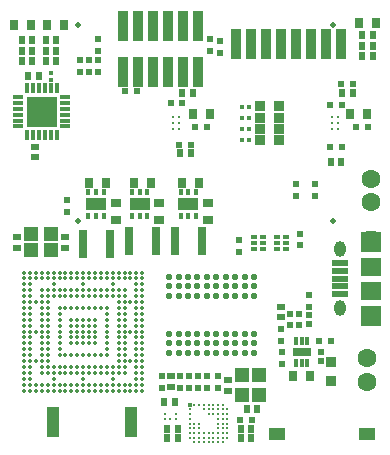
<source format=gts>
G04 Layer_Color=8388736*
%FSLAX25Y25*%
%MOIN*%
G70*
G01*
G75*
%ADD52C,0.01968*%
%ADD83R,0.01378X0.01575*%
%ADD84R,0.03550X0.03550*%
%ADD85R,0.03313X0.09849*%
%ADD86R,0.02368X0.02368*%
%ADD87R,0.02054X0.02565*%
%ADD88R,0.02368X0.02368*%
%ADD89R,0.03156X0.03550*%
%ADD90R,0.03550X0.03156*%
%ADD91R,0.02565X0.02054*%
%ADD92R,0.01575X0.01575*%
%ADD93R,0.02368X0.01975*%
%ADD94R,0.03156X0.09455*%
%ADD95R,0.01581X0.01975*%
%ADD96R,0.06699X0.04337*%
%ADD97R,0.05124X0.04731*%
%ADD98C,0.01509*%
%ADD99C,0.01109*%
%ADD100C,0.01260*%
%ADD101R,0.04731X0.05124*%
%ADD102R,0.03550X0.01778*%
%ADD103R,0.01778X0.03550*%
%ADD104R,0.10243X0.10243*%
%ADD105R,0.05991X0.02802*%
%ADD106R,0.01384X0.02861*%
G04:AMPARAMS|DCode=107|XSize=28.61mil|YSize=13.84mil|CornerRadius=4.46mil|HoleSize=0mil|Usage=FLASHONLY|Rotation=90.000|XOffset=0mil|YOffset=0mil|HoleType=Round|Shape=RoundedRectangle|*
%AMROUNDEDRECTD107*
21,1,0.02861,0.00492,0,0,90.0*
21,1,0.01968,0.01384,0,0,90.0*
1,1,0.00892,0.00246,0.00984*
1,1,0.00892,0.00246,-0.00984*
1,1,0.00892,-0.00246,-0.00984*
1,1,0.00892,-0.00246,0.00984*
%
%ADD107ROUNDEDRECTD107*%
%ADD108R,0.03550X0.03550*%
%ADD109R,0.04400X0.10400*%
%ADD110R,0.02362X0.01575*%
%ADD111C,0.02172*%
%ADD112C,0.01384*%
%ADD113R,0.05400X0.04337*%
%ADD114C,0.01279*%
%ADD115R,0.05715X0.01975*%
%ADD116R,0.06502X0.06876*%
%ADD117R,0.06502X0.06305*%
%ADD118C,0.06305*%
%ADD119O,0.06502X0.03943*%
%ADD120O,0.03943X0.05321*%
D52*
X46520Y3594D02*
D03*
X-38520D02*
D03*
Y69006D02*
D03*
X46520D02*
D03*
D83*
X16119Y38212D02*
D03*
X18481D02*
D03*
X16119Y30612D02*
D03*
X18481D02*
D03*
X16119Y34312D02*
D03*
X18481D02*
D03*
Y41912D02*
D03*
X16119D02*
D03*
D84*
X28548Y34400D02*
D03*
X22052D02*
D03*
Y30600D02*
D03*
X28548D02*
D03*
Y42000D02*
D03*
X22052D02*
D03*
Y38200D02*
D03*
X28548D02*
D03*
D85*
X34000Y62718D02*
D03*
X29000D02*
D03*
X24000D02*
D03*
X19000D02*
D03*
X14000D02*
D03*
X39000Y62600D02*
D03*
X44000D02*
D03*
X49000D02*
D03*
X-18402Y68854D02*
D03*
Y53382D02*
D03*
X-13402Y68854D02*
D03*
Y53382D02*
D03*
X1598Y68854D02*
D03*
X-3402D02*
D03*
X-8402D02*
D03*
Y53382D02*
D03*
X-3402D02*
D03*
X1598D02*
D03*
X-23638Y68854D02*
D03*
Y53382D02*
D03*
D86*
X49231Y49301D02*
D03*
X53168D02*
D03*
X-831Y29000D02*
D03*
X-4769D02*
D03*
X49468Y42500D02*
D03*
X45531D02*
D03*
X41932Y-36301D02*
D03*
X45869D02*
D03*
X-18932Y47001D02*
D03*
X-22869D02*
D03*
X57968Y35001D02*
D03*
X54031D02*
D03*
X49569Y28400D02*
D03*
X45632D02*
D03*
X-7668Y43000D02*
D03*
X-3731D02*
D03*
X4468Y35001D02*
D03*
X532D02*
D03*
X19468Y-62501D02*
D03*
X15531D02*
D03*
D87*
X-45728Y60500D02*
D03*
X-49272D02*
D03*
X-53728Y57000D02*
D03*
X-57272D02*
D03*
X-53728Y64000D02*
D03*
X-57272D02*
D03*
X-45728D02*
D03*
X-49272D02*
D03*
X-4572Y26300D02*
D03*
X-1028D02*
D03*
X45728Y23400D02*
D03*
X49272D02*
D03*
X-51668Y52053D02*
D03*
X-55211D02*
D03*
X-49272Y57000D02*
D03*
X-45728D02*
D03*
X52972Y46300D02*
D03*
X49428D02*
D03*
X-3772D02*
D03*
X-228D02*
D03*
X21272Y-59000D02*
D03*
X17728D02*
D03*
X19272Y-65500D02*
D03*
X15728D02*
D03*
Y-68500D02*
D03*
X19272D02*
D03*
X-9772Y-56500D02*
D03*
X-6228D02*
D03*
X-8772Y-68500D02*
D03*
X-5228D02*
D03*
Y-65500D02*
D03*
X-8772D02*
D03*
X-53728Y60500D02*
D03*
X-57272D02*
D03*
X59700Y58700D02*
D03*
X56157D02*
D03*
Y65700D02*
D03*
X59700D02*
D03*
Y62200D02*
D03*
X56157D02*
D03*
D88*
X29068Y-36251D02*
D03*
Y-32314D02*
D03*
X32100Y-31058D02*
D03*
Y-27121D02*
D03*
X29500Y-39832D02*
D03*
Y-43769D02*
D03*
X35100Y-31058D02*
D03*
Y-27121D02*
D03*
X38401Y-21032D02*
D03*
Y-24969D02*
D03*
X-1500Y-48031D02*
D03*
Y-51968D02*
D03*
X-4499Y-48031D02*
D03*
Y-51968D02*
D03*
X-42101Y10768D02*
D03*
Y6831D02*
D03*
X8700Y63669D02*
D03*
Y59732D02*
D03*
X-31999Y60532D02*
D03*
Y64468D02*
D03*
X5601Y64368D02*
D03*
Y60431D02*
D03*
X-32000Y57468D02*
D03*
Y53531D02*
D03*
X-38001D02*
D03*
Y57468D02*
D03*
X-35001D02*
D03*
Y53531D02*
D03*
X35601Y-4369D02*
D03*
Y-432D02*
D03*
X15200Y-6469D02*
D03*
Y-2531D02*
D03*
X-10501Y-48031D02*
D03*
Y-51968D02*
D03*
X4499D02*
D03*
Y-48031D02*
D03*
X7999D02*
D03*
Y-51968D02*
D03*
X1500D02*
D03*
Y-48031D02*
D03*
X40501Y15969D02*
D03*
Y12032D02*
D03*
X34201Y16169D02*
D03*
Y12231D02*
D03*
D89*
X57954Y39400D02*
D03*
X52246D02*
D03*
X38823Y-47782D02*
D03*
X33114D02*
D03*
X-354Y39400D02*
D03*
X5354D02*
D03*
X-19854Y16500D02*
D03*
X-14146D02*
D03*
X-3854D02*
D03*
X1854D02*
D03*
X-34854D02*
D03*
X-29146D02*
D03*
X55074Y69700D02*
D03*
X60783D02*
D03*
X-43146Y69000D02*
D03*
X-48854D02*
D03*
X-59854D02*
D03*
X-54146D02*
D03*
D90*
X-11500Y4146D02*
D03*
Y9854D02*
D03*
X4764Y4146D02*
D03*
Y9854D02*
D03*
X-26000Y4146D02*
D03*
Y9854D02*
D03*
D91*
X29068Y-24811D02*
D03*
Y-28354D02*
D03*
X-52800Y25028D02*
D03*
Y28572D02*
D03*
X-43000Y-5272D02*
D03*
Y-1728D02*
D03*
X-59000Y-5272D02*
D03*
Y-1728D02*
D03*
X11500Y-52772D02*
D03*
Y-49228D02*
D03*
X-7500Y-48028D02*
D03*
Y-51572D02*
D03*
D92*
X-47700Y53083D02*
D03*
Y50917D02*
D03*
D93*
X42500Y-43050D02*
D03*
Y-39900D02*
D03*
X38400Y-30675D02*
D03*
Y-27525D02*
D03*
D94*
X-37024Y-3831D02*
D03*
X-27976D02*
D03*
X-21524Y-2831D02*
D03*
X-12476D02*
D03*
X-6260D02*
D03*
X2788D02*
D03*
D95*
X-35059Y5563D02*
D03*
X-32500D02*
D03*
X-29941D02*
D03*
Y13437D02*
D03*
X-32500D02*
D03*
X-35059D02*
D03*
X-20559Y5563D02*
D03*
X-18000D02*
D03*
X-15441D02*
D03*
Y13437D02*
D03*
X-18000D02*
D03*
X-20559D02*
D03*
X-4295Y5563D02*
D03*
X-1736D02*
D03*
X823D02*
D03*
Y13437D02*
D03*
X-1736D02*
D03*
X-4295D02*
D03*
D96*
X-32500Y9500D02*
D03*
X-18000D02*
D03*
X-1736D02*
D03*
D97*
X-54193Y-520D02*
D03*
X-54193Y-6032D02*
D03*
X-47501Y-520D02*
D03*
Y-6032D02*
D03*
D98*
X-1315Y-57476D02*
D03*
D99*
X260D02*
D03*
X1835D02*
D03*
X3409D02*
D03*
X4984D02*
D03*
X6559D02*
D03*
X8134D02*
D03*
X9709D02*
D03*
X-1315Y-59051D02*
D03*
X3409D02*
D03*
X4984D02*
D03*
X6559D02*
D03*
X8134D02*
D03*
X9709D02*
D03*
X11283D02*
D03*
X-1315Y-60626D02*
D03*
X4984D02*
D03*
X6559D02*
D03*
X8134D02*
D03*
X9709D02*
D03*
X11283D02*
D03*
X-1315Y-62201D02*
D03*
X8134D02*
D03*
X9709D02*
D03*
X11283D02*
D03*
X-1315Y-63776D02*
D03*
X260D02*
D03*
X1835D02*
D03*
X8134D02*
D03*
X9709D02*
D03*
X11283D02*
D03*
X-1315Y-65350D02*
D03*
X260D02*
D03*
X1835D02*
D03*
X8134D02*
D03*
X9709D02*
D03*
X11283D02*
D03*
X-1315Y-66925D02*
D03*
X260D02*
D03*
X1835D02*
D03*
X3409D02*
D03*
X4984D02*
D03*
X6559D02*
D03*
X8134D02*
D03*
X9709D02*
D03*
X11283D02*
D03*
X-1315Y-68500D02*
D03*
X260D02*
D03*
X1835D02*
D03*
X3409D02*
D03*
X4984D02*
D03*
X6559D02*
D03*
X8134D02*
D03*
X9709D02*
D03*
X11283D02*
D03*
X260Y-70075D02*
D03*
X1835D02*
D03*
X3409D02*
D03*
X4984D02*
D03*
X6559D02*
D03*
X8134D02*
D03*
X9709D02*
D03*
D100*
X-9700Y-62200D02*
D03*
X-7731D02*
D03*
X-9700Y-60625D02*
D03*
X-5763Y-62200D02*
D03*
Y-60625D02*
D03*
D101*
X21637Y-47547D02*
D03*
X16125Y-47547D02*
D03*
X21637Y-54240D02*
D03*
X16125D02*
D03*
D102*
X-42726Y35279D02*
D03*
Y37247D02*
D03*
Y39216D02*
D03*
Y41184D02*
D03*
Y43153D02*
D03*
Y45121D02*
D03*
X-58474D02*
D03*
Y43153D02*
D03*
Y41184D02*
D03*
Y39216D02*
D03*
Y37247D02*
D03*
Y35279D02*
D03*
D103*
X-55521Y32326D02*
D03*
X-53553D02*
D03*
X-51584D02*
D03*
X-49616D02*
D03*
X-47647D02*
D03*
X-45679D02*
D03*
X-55521Y48074D02*
D03*
X-53553D02*
D03*
X-51584D02*
D03*
X-49616D02*
D03*
X-47647D02*
D03*
X-45679D02*
D03*
D104*
X-50600Y40200D02*
D03*
D105*
X35969Y-39882D02*
D03*
D106*
X37937Y-36290D02*
D03*
X35969D02*
D03*
X34000D02*
D03*
X37937Y-43475D02*
D03*
X35969D02*
D03*
D107*
X34000D02*
D03*
D108*
X45900Y-49648D02*
D03*
Y-43152D02*
D03*
D109*
X-21000Y-63390D02*
D03*
X-47000D02*
D03*
D110*
X20200Y-1531D02*
D03*
Y-3500D02*
D03*
Y-5469D02*
D03*
X23153D02*
D03*
Y-1531D02*
D03*
Y-3500D02*
D03*
X27747D02*
D03*
Y-5469D02*
D03*
Y-1531D02*
D03*
X30700D02*
D03*
Y-3500D02*
D03*
Y-5469D02*
D03*
D111*
X-8173Y-40098D02*
D03*
Y-36949D02*
D03*
Y-33799D02*
D03*
Y-21201D02*
D03*
Y-18051D02*
D03*
Y-14902D02*
D03*
X20173D02*
D03*
Y-18051D02*
D03*
Y-21201D02*
D03*
Y-33799D02*
D03*
Y-36949D02*
D03*
Y-40098D02*
D03*
X17024Y-14902D02*
D03*
Y-18051D02*
D03*
Y-21201D02*
D03*
Y-33799D02*
D03*
Y-36949D02*
D03*
Y-40098D02*
D03*
X13874Y-14902D02*
D03*
Y-18051D02*
D03*
Y-21201D02*
D03*
Y-33799D02*
D03*
Y-36949D02*
D03*
Y-40098D02*
D03*
X10724Y-14902D02*
D03*
Y-18051D02*
D03*
Y-21201D02*
D03*
Y-33799D02*
D03*
Y-36949D02*
D03*
Y-40098D02*
D03*
X7575Y-14902D02*
D03*
Y-18051D02*
D03*
Y-21201D02*
D03*
Y-33799D02*
D03*
Y-36949D02*
D03*
Y-40098D02*
D03*
X4425Y-14902D02*
D03*
Y-18051D02*
D03*
Y-21201D02*
D03*
Y-33799D02*
D03*
Y-36949D02*
D03*
Y-40098D02*
D03*
X1276Y-14902D02*
D03*
Y-18051D02*
D03*
Y-21201D02*
D03*
Y-33799D02*
D03*
Y-36949D02*
D03*
Y-40098D02*
D03*
X-1874Y-14902D02*
D03*
Y-18051D02*
D03*
Y-21201D02*
D03*
Y-33799D02*
D03*
Y-36949D02*
D03*
Y-40098D02*
D03*
X-5024Y-14902D02*
D03*
Y-18051D02*
D03*
Y-21201D02*
D03*
Y-33799D02*
D03*
Y-36949D02*
D03*
Y-40098D02*
D03*
D112*
X-56485Y-52785D02*
D03*
Y-50817D02*
D03*
Y-48848D02*
D03*
Y-46880D02*
D03*
Y-44911D02*
D03*
Y-42943D02*
D03*
Y-40974D02*
D03*
Y-39006D02*
D03*
Y-37037D02*
D03*
Y-35069D02*
D03*
Y-33100D02*
D03*
Y-31132D02*
D03*
Y-29163D02*
D03*
Y-27194D02*
D03*
Y-25226D02*
D03*
Y-23257D02*
D03*
Y-21289D02*
D03*
Y-19320D02*
D03*
Y-17352D02*
D03*
Y-15383D02*
D03*
Y-13415D02*
D03*
X-54517Y-52785D02*
D03*
Y-50817D02*
D03*
Y-48848D02*
D03*
Y-46880D02*
D03*
Y-44911D02*
D03*
Y-42943D02*
D03*
Y-40974D02*
D03*
Y-39006D02*
D03*
Y-37037D02*
D03*
Y-35069D02*
D03*
Y-33100D02*
D03*
Y-31132D02*
D03*
Y-29163D02*
D03*
Y-27194D02*
D03*
Y-25226D02*
D03*
Y-23257D02*
D03*
Y-21289D02*
D03*
Y-19320D02*
D03*
Y-17352D02*
D03*
Y-15383D02*
D03*
Y-13415D02*
D03*
X-52548Y-52785D02*
D03*
Y-50817D02*
D03*
Y-42943D02*
D03*
Y-33100D02*
D03*
Y-23257D02*
D03*
Y-15383D02*
D03*
Y-13415D02*
D03*
X-50580Y-52785D02*
D03*
Y-50817D02*
D03*
Y-46880D02*
D03*
Y-44911D02*
D03*
Y-42943D02*
D03*
Y-40974D02*
D03*
Y-39006D02*
D03*
Y-37037D02*
D03*
Y-35069D02*
D03*
Y-33100D02*
D03*
Y-31132D02*
D03*
Y-29163D02*
D03*
Y-27194D02*
D03*
Y-25226D02*
D03*
Y-23257D02*
D03*
Y-21289D02*
D03*
Y-19320D02*
D03*
Y-15383D02*
D03*
Y-13415D02*
D03*
X-48611Y-52785D02*
D03*
Y-50817D02*
D03*
Y-46880D02*
D03*
Y-44911D02*
D03*
Y-42943D02*
D03*
Y-40974D02*
D03*
Y-39006D02*
D03*
Y-37037D02*
D03*
Y-35069D02*
D03*
Y-33100D02*
D03*
Y-31132D02*
D03*
Y-29163D02*
D03*
Y-27194D02*
D03*
Y-25226D02*
D03*
Y-23257D02*
D03*
Y-21289D02*
D03*
Y-19320D02*
D03*
Y-15383D02*
D03*
Y-13415D02*
D03*
X-46643Y-52785D02*
D03*
Y-50817D02*
D03*
Y-48848D02*
D03*
Y-46880D02*
D03*
Y-44911D02*
D03*
Y-21289D02*
D03*
Y-19320D02*
D03*
Y-17352D02*
D03*
Y-15383D02*
D03*
Y-13415D02*
D03*
X-44674Y-52785D02*
D03*
Y-50817D02*
D03*
Y-46880D02*
D03*
Y-44911D02*
D03*
Y-40974D02*
D03*
Y-39006D02*
D03*
Y-37037D02*
D03*
Y-35069D02*
D03*
Y-33100D02*
D03*
Y-31132D02*
D03*
Y-29163D02*
D03*
Y-27194D02*
D03*
Y-25226D02*
D03*
Y-21289D02*
D03*
Y-19320D02*
D03*
Y-15383D02*
D03*
Y-13415D02*
D03*
X-42706Y-52785D02*
D03*
Y-50817D02*
D03*
Y-46880D02*
D03*
Y-44911D02*
D03*
Y-40974D02*
D03*
Y-25226D02*
D03*
Y-21289D02*
D03*
Y-19320D02*
D03*
Y-15383D02*
D03*
Y-13415D02*
D03*
X-40737Y-52785D02*
D03*
Y-50817D02*
D03*
Y-46880D02*
D03*
Y-44911D02*
D03*
Y-40974D02*
D03*
Y-37037D02*
D03*
Y-35069D02*
D03*
Y-33100D02*
D03*
Y-31132D02*
D03*
Y-29163D02*
D03*
Y-25226D02*
D03*
Y-21289D02*
D03*
Y-19320D02*
D03*
Y-15383D02*
D03*
Y-13415D02*
D03*
X-38769Y-52785D02*
D03*
Y-50817D02*
D03*
Y-46880D02*
D03*
Y-44911D02*
D03*
Y-40974D02*
D03*
Y-37037D02*
D03*
Y-35069D02*
D03*
Y-33100D02*
D03*
Y-31132D02*
D03*
Y-29163D02*
D03*
Y-25226D02*
D03*
Y-21289D02*
D03*
Y-19320D02*
D03*
Y-15383D02*
D03*
Y-13415D02*
D03*
X-36800Y-52785D02*
D03*
Y-50817D02*
D03*
Y-48848D02*
D03*
Y-46880D02*
D03*
Y-44911D02*
D03*
Y-40974D02*
D03*
Y-37037D02*
D03*
Y-35069D02*
D03*
Y-33100D02*
D03*
Y-31132D02*
D03*
Y-29163D02*
D03*
Y-25226D02*
D03*
Y-21289D02*
D03*
Y-19320D02*
D03*
Y-17352D02*
D03*
Y-15383D02*
D03*
Y-13415D02*
D03*
X-34832Y-52785D02*
D03*
Y-50817D02*
D03*
Y-46880D02*
D03*
Y-44911D02*
D03*
Y-40974D02*
D03*
Y-37037D02*
D03*
Y-35069D02*
D03*
Y-33100D02*
D03*
Y-31132D02*
D03*
Y-29163D02*
D03*
Y-25226D02*
D03*
Y-21289D02*
D03*
Y-19320D02*
D03*
Y-15383D02*
D03*
Y-13415D02*
D03*
X-32863Y-52785D02*
D03*
Y-50817D02*
D03*
Y-46880D02*
D03*
Y-44911D02*
D03*
Y-40974D02*
D03*
Y-37037D02*
D03*
Y-35069D02*
D03*
Y-33100D02*
D03*
Y-31132D02*
D03*
Y-29163D02*
D03*
Y-25226D02*
D03*
Y-21289D02*
D03*
Y-19320D02*
D03*
Y-15383D02*
D03*
Y-13415D02*
D03*
X-30895Y-52785D02*
D03*
Y-50817D02*
D03*
Y-46880D02*
D03*
Y-44911D02*
D03*
Y-40974D02*
D03*
Y-25226D02*
D03*
Y-21289D02*
D03*
Y-19320D02*
D03*
Y-15383D02*
D03*
Y-13415D02*
D03*
X-28926Y-52785D02*
D03*
Y-50817D02*
D03*
Y-46880D02*
D03*
Y-44911D02*
D03*
Y-40974D02*
D03*
Y-39006D02*
D03*
Y-37037D02*
D03*
Y-35069D02*
D03*
Y-33100D02*
D03*
Y-31132D02*
D03*
Y-29163D02*
D03*
Y-27194D02*
D03*
Y-25226D02*
D03*
Y-21289D02*
D03*
Y-19320D02*
D03*
Y-15383D02*
D03*
Y-13415D02*
D03*
X-26957Y-52785D02*
D03*
Y-50817D02*
D03*
Y-48848D02*
D03*
Y-46880D02*
D03*
Y-44911D02*
D03*
Y-21289D02*
D03*
Y-19320D02*
D03*
Y-17352D02*
D03*
Y-15383D02*
D03*
Y-13415D02*
D03*
X-24989Y-52785D02*
D03*
Y-50817D02*
D03*
Y-46880D02*
D03*
Y-44911D02*
D03*
Y-42943D02*
D03*
Y-40974D02*
D03*
Y-39006D02*
D03*
Y-37037D02*
D03*
Y-35069D02*
D03*
Y-33100D02*
D03*
Y-31132D02*
D03*
Y-29163D02*
D03*
Y-27194D02*
D03*
Y-25226D02*
D03*
Y-23257D02*
D03*
Y-21289D02*
D03*
Y-19320D02*
D03*
Y-15383D02*
D03*
Y-13415D02*
D03*
X-23020Y-52785D02*
D03*
Y-50817D02*
D03*
Y-46880D02*
D03*
Y-44911D02*
D03*
Y-42943D02*
D03*
Y-40974D02*
D03*
Y-39006D02*
D03*
Y-37037D02*
D03*
Y-35069D02*
D03*
Y-33100D02*
D03*
Y-31132D02*
D03*
Y-29163D02*
D03*
Y-27194D02*
D03*
Y-25226D02*
D03*
Y-23257D02*
D03*
Y-21289D02*
D03*
Y-19320D02*
D03*
Y-15383D02*
D03*
Y-13415D02*
D03*
X-21052Y-52785D02*
D03*
Y-50817D02*
D03*
Y-42943D02*
D03*
Y-33100D02*
D03*
Y-23257D02*
D03*
Y-15383D02*
D03*
Y-13415D02*
D03*
X-19083Y-52785D02*
D03*
Y-50817D02*
D03*
Y-48848D02*
D03*
Y-46880D02*
D03*
Y-44911D02*
D03*
Y-42943D02*
D03*
Y-40974D02*
D03*
Y-39006D02*
D03*
Y-37037D02*
D03*
Y-35069D02*
D03*
Y-33100D02*
D03*
Y-31132D02*
D03*
Y-29163D02*
D03*
Y-27194D02*
D03*
Y-25226D02*
D03*
Y-23257D02*
D03*
Y-21289D02*
D03*
Y-19320D02*
D03*
Y-17352D02*
D03*
Y-15383D02*
D03*
Y-13415D02*
D03*
X-17115Y-52785D02*
D03*
Y-50817D02*
D03*
Y-48848D02*
D03*
Y-46880D02*
D03*
Y-44911D02*
D03*
Y-42943D02*
D03*
Y-40974D02*
D03*
Y-39006D02*
D03*
Y-37037D02*
D03*
Y-35069D02*
D03*
Y-33100D02*
D03*
Y-31132D02*
D03*
Y-29163D02*
D03*
Y-27194D02*
D03*
Y-25226D02*
D03*
Y-23257D02*
D03*
Y-21289D02*
D03*
Y-19320D02*
D03*
Y-17352D02*
D03*
Y-15383D02*
D03*
Y-13415D02*
D03*
D113*
X57900Y-67200D02*
D03*
X27900D02*
D03*
D114*
X48084Y34332D02*
D03*
X46116D02*
D03*
X48084Y36300D02*
D03*
X46116D02*
D03*
Y38269D02*
D03*
X48084D02*
D03*
X-5016D02*
D03*
X-6984D02*
D03*
Y36300D02*
D03*
X-5016D02*
D03*
X-6984Y34332D02*
D03*
X-5016D02*
D03*
D115*
X48661Y-20618D02*
D03*
Y-18059D02*
D03*
Y-10382D02*
D03*
Y-12941D02*
D03*
Y-15500D02*
D03*
D116*
X59291Y-27793D02*
D03*
X59291Y-3207D02*
D03*
D117*
X59291Y-19437D02*
D03*
X59291Y-11563D02*
D03*
D118*
X59000Y9963D02*
D03*
Y17837D02*
D03*
X57900Y-42063D02*
D03*
Y-49937D02*
D03*
D119*
X59291Y-1720D02*
D03*
Y-29280D02*
D03*
D120*
X48661Y-5658D02*
D03*
Y-25343D02*
D03*
M02*

</source>
